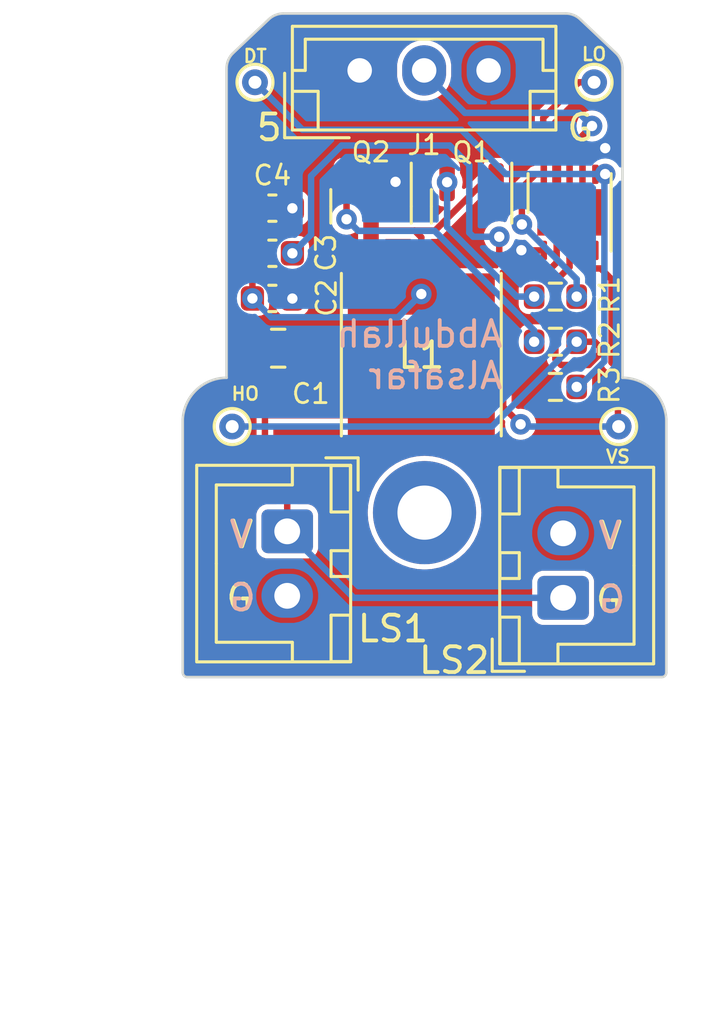
<source format=kicad_pcb>
(kicad_pcb (version 20240108) (generator "pcbnew") (generator_version "8.0")
  (layers (0 "F.Cu" signal) (31 "B.Cu" signal) (34 "B.Paste" user) (35 "F.Paste" user) (36 "B.SilkS" user "B.Silkscreen") (37 "F.SilkS" user "F.Silkscreen") (38 "B.Mask" user) (39 "F.Mask" user) (44 "Edge.Cuts" user))
  (net 0 "")
  (net 1 "Net-(C1-Pad1)")
  (net 2 "GND")
  (net 3 "+5V")
  (net 4 "Net-(DGD5463-VS)")
  (net 5 "Net-(DGD5463-VB)")
  (net 6 "Net-(DGD5463-LO)")
  (net 7 "Net-(DGD5463-DT)")
  (net 9 "IN")
  (net 10 "Net-(DGD5463-HO)")
  (net 11 "Net-(Q1-G)")
  (net 12 "Net-(Q2-G)")
  (footprint "Capacitor_SMD:C_0805_2012Metric" (layer "F.Cu") (at 123.45 70.75)
    (property "Reference" "C1" (at 1.264 1.767 0) (layer "F.SilkS") (effects (font (size 0.75 0.75) (thickness 0.11))))
    (property "Value" "1uF")
    (fp_line (start -0.261252 -0.735) (end 0.261252 -0.735) (stroke (width 0.12)) (layer "F.SilkS"))
    (fp_line (start -0.261252 0.735) (end 0.261252 0.735) (stroke (width 0.12)) (layer "F.SilkS"))
    (pad "1" smd roundrect (at -0.95 0) (size 1 1.45) (layers "F.Cu" "F.Paste" "F.Mask") (net 1 "Net-(C1-Pad1)"))
    (pad "2" smd roundrect (at 0.95 0) (size 1 1.45) (layers "F.Cu" "F.Paste" "F.Mask") (net 2 "GND"))
  )
  (footprint "Package_TO_SOT_SMD:SOT-23" (layer "F.Cu") (at 127.05 65.25 -90)
    (property "Reference" "Q2" (at -2.1 0 180) (layer "F.SilkS") (effects (font (size 0.75 0.75) (thickness 0.11))))
    (property "Value" "NMOS")
    (fp_line (start 0 1.56) (end -0.65 1.56) (stroke (width 0.12)) (layer "F.SilkS"))
    (fp_line (start 0 1.56) (end 0.65 1.56) (stroke (width 0.12)) (layer "F.SilkS"))
    (fp_line (start 0 -1.56) (end -1.675 -1.56) (stroke (width 0.12)) (layer "F.SilkS"))
    (fp_line (start 0 -1.56) (end 0.65 -1.56) (stroke (width 0.12)) (layer "F.SilkS"))
    (pad "1" smd roundrect (at -0.9375 -0.95 270) (size 1.475 0.6) (layers "F.Cu" "F.Paste" "F.Mask") (net 3 "+5V"))
    (pad "2" smd roundrect (at -0.9375 0.95 270) (size 1.475 0.6) (layers "F.Cu" "F.Paste" "F.Mask") (net 12 "Net-(Q2-G)"))
    (pad "3" smd roundrect (at 0.9375 0 270) (size 1.475 0.6) (layers "F.Cu" "F.Paste" "F.Mask") (net 4 "Net-(DGD5463-VS)"))
  )
  (footprint "Inductor_SMD:L_Taiyo-Yuden_NR-60xx" (layer "F.Cu") (at 129 71 -90)
    (property "Reference" "L1" (at 0.025 0 180) (layer "F.SilkS"))
    (property "Value" "63.7uH")
    (fp_line (start -3.15 3.1) (end 3.15 3.1) (stroke (width 0.12)) (layer "F.SilkS"))
    (fp_line (start -3.15 -3.1) (end 3.15 -3.1) (stroke (width 0.12)) (layer "F.SilkS"))
    (pad "1" smd rect (at -2.35 0 270) (size 1.6 5.7) (layers "F.Cu" "F.Paste" "F.Mask") (net 4 "Net-(DGD5463-VS)"))
    (pad "2" smd rect (at 2.35 0 270) (size 1.6 5.7) (layers "F.Cu" "F.Paste" "F.Mask") (net 1 "Net-(C1-Pad1)"))
  )
  (footprint "TestPoint:TestPoint_THTPad_D1.0mm_Drill0.5mm" (layer "F.Cu") (at 122.55 60.44)
    (property "Reference" "DT" (at 0.005 -1.016 0) (layer "F.SilkS") (effects (font (size 0.5 0.5) (thickness 0.1) (bold yes))))
    (property "Value" "TestPoint")
    (fp_circle (center 0 0) (end 0 0.7) (stroke (width 0.12)) (fill none) (layer "F.SilkS"))
    (pad "1" thru_hole circle (at 0 0) (size 1 1) (drill 0.5) (layers "*.Cu" "*.Mask") (net 7 "Net-(DGD5463-DT)"))
  )
  (footprint "TestPoint:TestPoint_THTPad_D1.0mm_Drill0.5mm" (layer "F.Cu") (at 121.666 73.787)
    (property "Reference" "HO" (at 0.508 -1.27 0) (layer "F.SilkS") (effects (font (size 0.5 0.5) (thickness 0.1) (bold yes))))
    (property "Value" "TestPoint")
    (fp_circle (center 0 0) (end 0 0.7) (stroke (width 0.12)) (fill none) (layer "F.SilkS"))
    (pad "1" thru_hole circle (at 0 0) (size 1 1) (drill 0.5) (layers "*.Cu" "*.Mask") (net 10 "Net-(DGD5463-HO)"))
  )
  (footprint "TestPoint:TestPoint_THTPad_D1.0mm_Drill0.5mm" (layer "F.Cu") (at 136.652 73.787)
    (property "Reference" "VS" (at -0.0254 1.1684 0) (layer "F.SilkS") (effects (font (size 0.5 0.5) (thickness 0.1) (bold yes))))
    (property "Value" "TestPoint")
    (fp_circle (center 0 0) (end 0 0.7) (stroke (width 0.12)) (fill none) (layer "F.SilkS"))
    (pad "1" thru_hole circle (at 0 0) (size 1 1) (drill 0.5) (layers "*.Cu" "*.Mask") (net 4 "Net-(DGD5463-VS)"))
  )
  (footprint "Package_DFN_QFN:WDFN-10-1EP_3x3mm_P0.5mm_EP1.8x2.5mm" (layer "F.Cu") (at 134.75 65.483 90)
    (property "Reference" "DGD5463" (hide yes))
    (property "Value" "DGD05463")
    (fp_line (start 0 -1.61) (end 1.5 -1.61) (stroke (width 0.12)) (layer "F.SilkS"))
    (fp_line (start -1.5 1.61) (end 1.5 1.61) (stroke (width 0.12)) (layer "F.SilkS"))
    (pad "1" smd roundrect (at -1.475 -1 90) (size 0.75 0.25) (layers "F.Cu" "F.Paste" "F.Mask") (net 3 "+5V"))
    (pad "2" smd roundrect (at -1.475 -0.5 90) (size 0.75 0.25) (layers "F.Cu" "F.Paste" "F.Mask") (net 5 "Net-(DGD5463-VB)"))
    (pad "3" smd roundrect (at -1.475 0 90) (size 0.75 0.25) (layers "F.Cu" "F.Paste" "F.Mask") (net 10 "Net-(DGD5463-HO)"))
    (pad "4" smd roundrect (at -1.475 0.5 90) (size 0.75 0.25) (layers "F.Cu" "F.Paste" "F.Mask") (net 4 "Net-(DGD5463-VS)"))
    (pad "5" smd roundrect (at -1.475 1 90) (size 0.75 0.25) (layers "F.Cu" "F.Paste" "F.Mask"))
    (pad "6" smd roundrect (at 1.475 1 90) (size 0.75 0.25) (layers "F.Cu" "F.Paste" "F.Mask") (net 7 "Net-(DGD5463-DT)"))
    (pad "7" smd roundrect (at 1.475 0.5 90) (size 0.75 0.25) (layers "F.Cu" "F.Paste" "F.Mask") (net 3 "+5V"))
    (pad "8" smd roundrect (at 1.475 0 90) (size 0.75 0.25) (layers "F.Cu" "F.Paste" "F.Mask") (net 9 "IN"))
    (pad "9" smd roundrect (at 1.475 -0.5 90) (size 0.75 0.25) (layers "F.Cu" "F.Paste" "F.Mask") (net 2 "GND"))
    (pad "10" smd roundrect (at 1.475 -1 90) (size 0.75 0.25) (layers "F.Cu" "F.Paste" "F.Mask") (net 6 "Net-(DGD5463-LO)"))
    (pad "11" smd rect (at 0 0 90) (size 1.8 2.5) (layers "F.Cu" "F.Mask"))
  )
  (footprint "Capacitor_SMD:C_0603_1608Metric" (layer "F.Cu") (at 123.225 67.07 180)
    (property "Reference" "C3" (at -2.075 0.02 90) (layer "F.SilkS") (effects (font (size 0.75 0.75) (thickness 0.11))))
    (property "Value" "100n")
    (fp_line (start -0.14058 0.51) (end 0.14058 0.51) (stroke (width 0.12)) (layer "F.SilkS"))
    (fp_line (start -0.14058 -0.51) (end 0.14058 -0.51) (stroke (width 0.12)) (layer "F.SilkS"))
    (pad "1" smd roundrect (at -0.775 0 180) (size 0.9 0.95) (layers "F.Cu" "F.Paste" "F.Mask") (net 5 "Net-(DGD5463-VB)"))
    (pad "2" smd roundrect (at 0.775 0 180) (size 0.9 0.95) (layers "F.Cu" "F.Paste" "F.Mask") (net 4 "Net-(DGD5463-VS)"))
  )
  (footprint "Resistor_SMD:R_0603_1608Metric" (layer "F.Cu") (at 134.2 70.5)
    (property "Reference" "R2" (at 2.0964 -0.0684 90) (layer "F.SilkS") (effects (font (size 0.75 0.75) (thickness 0.11))))
    (property "Value" "10")
    (fp_line (start -0.237258 -0.5225) (end 0.237258 -0.5225) (stroke (width 0.12)) (layer "F.SilkS"))
    (fp_line (start -0.237258 0.5225) (end 0.237258 0.5225) (stroke (width 0.12)) (layer "F.SilkS"))
    (pad "1" smd roundrect (at -0.825 0) (size 0.8 0.95) (layers "F.Cu" "F.Paste" "F.Mask") (net 12 "Net-(Q2-G)"))
    (pad "2" smd roundrect (at 0.825 0) (size 0.8 0.95) (layers "F.Cu" "F.Paste" "F.Mask") (net 10 "Net-(DGD5463-HO)"))
  )
  (footprint "Capacitor_SMD:C_0603_1608Metric" (layer "F.Cu") (at 123.225 68.82 180)
    (property "Reference" "C2" (at -2.1 0.02 90) (layer "F.SilkS") (effects (font (size 0.75 0.75) (thickness 0.11))))
    (property "Value" "1000pF")
    (fp_line (start -0.14058 0.51) (end 0.14058 0.51) (stroke (width 0.12)) (layer "F.SilkS"))
    (fp_line (start -0.14058 -0.51) (end 0.14058 -0.51) (stroke (width 0.12)) (layer "F.SilkS"))
    (pad "1" smd roundrect (at -0.775 0 180) (size 0.9 0.95) (layers "F.Cu" "F.Paste" "F.Mask") (net 3 "+5V"))
    (pad "2" smd roundrect (at 0.775 0 180) (size 0.9 0.95) (layers "F.Cu" "F.Paste" "F.Mask") (net 4 "Net-(DGD5463-VS)"))
  )
  (footprint "Resistor_SMD:R_0603_1608Metric" (layer "F.Cu") (at 134.2 68.75)
    (property "Reference" "R1" (at 2.0964 -0.0684 90) (layer "F.SilkS") (effects (font (size 0.75 0.75) (thickness 0.11))))
    (property "Value" "10")
    (fp_line (start -0.237258 -0.5225) (end 0.237258 -0.5225) (stroke (width 0.12)) (layer "F.SilkS"))
    (fp_line (start -0.237258 0.5225) (end 0.237258 0.5225) (stroke (width 0.12)) (layer "F.SilkS"))
    (pad "1" smd roundrect (at -0.825 0) (size 0.8 0.95) (layers "F.Cu" "F.Paste" "F.Mask") (net 11 "Net-(Q1-G)"))
    (pad "2" smd roundrect (at 0.825 0) (size 0.8 0.95) (layers "F.Cu" "F.Paste" "F.Mask") (net 6 "Net-(DGD5463-LO)"))
  )
  (footprint "Connector_JST:JST_EH_B3B-EH-A_1x03_P2.50mm_Vertical" (layer "F.Cu") (at 126.61 59.98)
    (property "Reference" "J1" (at 2.5 2.89 0) (layer "F.SilkS") (effects (font (size 0.75 0.75) (thickness 0.11))))
    (property "Value" "Conn_01x03_Pin")
    (fp_line (start -2.91 0.11) (end -2.91 2.61) (stroke (width 0.12)) (layer "F.SilkS"))
    (fp_line (start -2.91 2.61) (end -0.41 2.61) (stroke (width 0.12)) (layer "F.SilkS"))
    (fp_line (start -2.61 -1.71) (end -2.61 2.31) (stroke (width 0.12)) (layer "F.SilkS"))
    (fp_line (start -2.61 0) (end -2.11 0) (stroke (width 0.12)) (layer "F.SilkS"))
    (fp_line (start -2.61 0.81) (end -1.61 0.81) (stroke (width 0.12)) (layer "F.SilkS"))
    (fp_line (start -2.61 2.31) (end 7.61 2.31) (stroke (width 0.12)) (layer "F.SilkS"))
    (fp_line (start -2.11 -1.21) (end 7.11 -1.21) (stroke (width 0.12)) (layer "F.SilkS"))
    (fp_line (start -2.11 0) (end -2.11 -1.21) (stroke (width 0.12)) (layer "F.SilkS"))
    (fp_line (start -1.61 0.81) (end -1.61 2.31) (stroke (width 0.12)) (layer "F.SilkS"))
    (fp_line (start 6.61 0.81) (end 6.61 2.31) (stroke (width 0.12)) (layer "F.SilkS"))
    (fp_line (start 7.11 -1.21) (end 7.11 0) (stroke (width 0.12)) (layer "F.SilkS"))
    (fp_line (start 7.11 0) (end 7.61 0) (stroke (width 0.12)) (layer "F.SilkS"))
    (fp_line (start 7.61 -1.71) (end -2.61 -1.71) (stroke (width 0.12)) (layer "F.SilkS"))
    (fp_line (start 7.61 0.81) (end 6.61 0.81) (stroke (width 0.12)) (layer "F.SilkS"))
    (fp_line (start 7.61 2.31) (end 7.61 -1.71) (stroke (width 0.12)) (layer "F.SilkS"))
    (pad "1" thru_hole roundrect (at 0 0) (size 1.7 1.95) (drill 0.95) (layers "*.Cu" "*.Mask") (roundrect_rratio 0.147059) (net 3 "+5V"))
    (pad "2" thru_hole oval (at 2.5 0) (size 1.7 1.95) (drill 0.95) (layers "*.Cu" "*.Mask") (net 9 "IN"))
    (pad "3" thru_hole oval (at 5 0) (size 1.7 1.95) (drill 0.95) (layers "*.Cu" "*.Mask") (net 2 "GND"))
  )
  (footprint "MountingHole:MountingHole_2.1mm" (layer "F.Cu") (at 129.125 77.125)
    (property "Reference" "REF**" (hide yes))
    (property "Value" "MountingHole_2.1mm")
    (pad "" np_thru_hole circle (at 0 0) (size 4 4) (drill 2.1) (layers "F&B.Cu" "*.Mask"))
  )
  (footprint "Connector_JST:JST_XH_B2B-XH-A_1x02_P2.50mm_Vertical" (layer "F.Cu") (at 123.8 77.85 -90)
    (property "Reference" "LS1" (at 3.775 -4.1 180) (layer "F.SilkS"))
    (property "Value" "Speaker")
    (fp_line (start -2.56 3.51) (end 5.06 3.51) (stroke (width 0.12)) (layer "F.SilkS"))
    (fp_line (start 5.06 3.51) (end 5.06 -2.46) (stroke (width 0.12)) (layer "F.SilkS"))
    (fp_line (start -1.8 2.75) (end 1.25 2.75) (stroke (width 0.12)) (layer "F.SilkS"))
    (fp_line (start 4.3 2.75) (end 1.25 2.75) (stroke (width 0.12)) (layer "F.SilkS"))
    (fp_line (start -2.55 -0.2) (end -1.8 -0.2) (stroke (width 0.12)) (layer "F.SilkS"))
    (fp_line (start -1.8 -0.2) (end -1.8 2.75) (stroke (width 0.12)) (layer "F.SilkS"))
    (fp_line (start 4.3 -0.2) (end 4.3 2.75) (stroke (width 0.12)) (layer "F.SilkS"))
    (fp_line (start 5.05 -0.2) (end 4.3 -0.2) (stroke (width 0.12)) (layer "F.SilkS"))
    (fp_line (start -2.55 -1.7) (end -0.75 -1.7) (stroke (width 0.12)) (layer "F.SilkS"))
    (fp_line (start -0.75 -1.7) (end -0.75 -2.45) (stroke (width 0.12)) (layer "F.SilkS"))
    (fp_line (start 0.75 -1.7) (end 1.75 -1.7) (stroke (width 0.12)) (layer "F.SilkS"))
    (fp_line (start 1.75 -1.7) (end 1.75 -2.45) (stroke (width 0.12)) (layer "F.SilkS"))
    (fp_line (start 3.25 -1.7) (end 5.05 -1.7) (stroke (width 0.12)) (layer "F.SilkS"))
    (fp_line (start 5.05 -1.7) (end 5.05 -2.45) (stroke (width 0.12)) (layer "F.SilkS"))
    (fp_line (start -2.55 -2.45) (end -2.55 -1.7) (stroke (width 0.12)) (layer "F.SilkS"))
    (fp_line (start -0.75 -2.45) (end -2.55 -2.45) (stroke (width 0.12)) (layer "F.SilkS"))
    (fp_line (start 0.75 -2.45) (end 0.75 -1.7) (stroke (width 0.12)) (layer "F.SilkS"))
    (fp_line (start 1.75 -2.45) (end 0.75 -2.45) (stroke (width 0.12)) (layer "F.SilkS"))
    (fp_line (start 3.25 -2.45) (end 3.25 -1.7) (stroke (width 0.12)) (layer "F.SilkS"))
    (fp_line (start 5.05 -2.45) (end 3.25 -2.45) (stroke (width 0.12)) (layer "F.SilkS"))
    (fp_line (start -2.56 -2.46) (end -2.56 3.51) (stroke (width 0.12)) (layer "F.SilkS"))
    (fp_line (start 5.06 -2.46) (end -2.56 -2.46) (stroke (width 0.12)) (layer "F.SilkS"))
    (fp_line (start -2.85 -2.75) (end -2.85 -1.5) (stroke (width 0.12)) (layer "F.SilkS"))
    (fp_line (start -1.6 -2.75) (end -2.85 -2.75) (stroke (width 0.12)) (layer "F.SilkS"))
    (pad "1" thru_hole roundrect (at 0 0 270) (size 1.7 2) (drill 1) (layers "*.Cu" "*.Mask") (roundrect_rratio 0.147059) (net 1 "Net-(C1-Pad1)"))
    (pad "2" thru_hole oval (at 2.5 0 270) (size 1.7 2) (drill 1) (layers "*.Cu" "*.Mask") (net 2 "GND"))
  )
  (footprint "Resistor_SMD:R_0603_1608Metric" (layer "F.Cu") (at 134.2 72.25)
    (property "Reference" "R3" (at 2.0964 -0.0684 -90) (layer "F.SilkS") (effects (font (size 0.75 0.75) (thickness 0.11))))
    (property "Value" "10k")
    (fp_line (start -0.237258 -0.5225) (end 0.237258 -0.5225) (stroke (width 0.12)) (layer "F.SilkS"))
    (fp_line (start -0.237258 0.5225) (end 0.237258 0.5225) (stroke (width 0.12)) (layer "F.SilkS"))
    (pad "1" smd roundrect (at -0.825 0) (size 0.8 0.95) (layers "F.Cu" "F.Paste" "F.Mask") (net 2 "GND"))
    (pad "2" smd roundrect (at 0.825 0) (size 0.8 0.95) (layers "F.Cu" "F.Paste" "F.Mask") (net 7 "Net-(DGD5463-DT)"))
  )
  (footprint "Connector_JST:JST_XH_B2B-XH-A_1x02_P2.50mm_Vertical" (layer "F.Cu") (at 134.5 80.4272 90)
    (property "Reference" "LS2" (at -2.4228 -4.225 180) (layer "F.SilkS"))
    (property "Value" "Speaker")
    (fp_line (start -1.6 -2.75) (end -2.85 -2.75) (stroke (width 0.12)) (layer "F.SilkS"))
    (fp_line (start -2.85 -2.75) (end -2.85 -1.5) (stroke (width 0.12)) (layer "F.SilkS"))
    (fp_line (start 5.06 -2.46) (end -2.56 -2.46) (stroke (width 0.12)) (layer "F.SilkS"))
    (fp_line (start -2.56 -2.46) (end -2.56 3.51) (stroke (width 0.12)) (layer "F.SilkS"))
    (fp_line (start 5.05 -2.45) (end 3.25 -2.45) (stroke (width 0.12)) (layer "F.SilkS"))
    (fp_line (start 3.25 -2.45) (end 3.25 -1.7) (stroke (width 0.12)) (layer "F.SilkS"))
    (fp_line (start 1.75 -2.45) (end 0.75 -2.45) (stroke (width 0.12)) (layer "F.SilkS"))
    (fp_line (start 0.75 -2.45) (end 0.75 -1.7) (stroke (width 0.12)) (layer "F.SilkS"))
    (fp_line (start -0.75 -2.45) (end -2.55 -2.45) (stroke (width 0.12)) (layer "F.SilkS"))
    (fp_line (start -2.55 -2.45) (end -2.55 -1.7) (stroke (width 0.12)) (layer "F.SilkS"))
    (fp_line (start 5.05 -1.7) (end 5.05 -2.45) (stroke (width 0.12)) (layer "F.SilkS"))
    (fp_line (start 3.25 -1.7) (end 5.05 -1.7) (stroke (width 0.12)) (layer "F.SilkS"))
    (fp_line (start 1.75 -1.7) (end 1.75 -2.45) (stroke (width 0.12)) (layer "F.SilkS"))
    (fp_line (start 0.75 -1.7) (end 1.75 -1.7) (stroke (width 0.12)) (layer "F.SilkS"))
    (fp_line (start -0.75 -1.7) (end -0.75 -2.45) (stroke (width 0.12)) (layer "F.SilkS"))
    (fp_line (start -2.55 -1.7) (end -0.75 -1.7) (stroke (width 0.12)) (layer "F.SilkS"))
    (fp_line (start 5.05 -0.2) (end 4.3 -0.2) (stroke (width 0.12)) (layer "F.SilkS"))
    (fp_line (start 4.3 -0.2) (end 4.3 2.75) (stroke (width 0.12)) (layer "F.SilkS"))
    (fp_line (start -1.8 -0.2) (end -1.8 2.75) (stroke (width 0.12)) (layer "F.SilkS"))
    (fp_line (start -2.55 -0.2) (end -1.8 -0.2) (stroke (width 0.12)) (layer "F.SilkS"))
    (fp_line (start 4.3 2.75) (end 1.25 2.75) (stroke (width 0.12)) (layer "F.SilkS"))
    (fp_line (start -1.8 2.75) (end 1.25 2.75) (stroke (width 0.12)) (layer "F.SilkS"))
    (fp_line (start 5.06 3.51) (end 5.06 -2.46) (stroke (width 0.12)) (layer "F.SilkS"))
    (fp_line (start -2.56 3.51) (end 5.06 3.51) (stroke (width 0.12)) (layer "F.SilkS"))
    (pad "1" thru_hole roundrect (at 0 0 90) (size 1.7 2) (drill 1) (layers "*.Cu" "*.Mask") (roundrect_rratio 0.147059) (net 1 "Net-(C1-Pad1)"))
    (pad "2" thru_hole oval (at 2.5 0 90) (size 1.7 2) (drill 1) (layers "*.Cu" "*.Mask") (net 2 "GND"))
  )
  (footprint "TestPoint:TestPoint_THTPad_D1.0mm_Drill0.5mm" (layer "F.Cu") (at 135.7 60.44)
    (property "Reference" "LO" (at 0 -1.09 0) (layer "F.SilkS") (effects (font (size 0.5 0.5) (thickness 0.1) (bold yes))))
    (property "Value" "TestPoint")
    (fp_circle (center 0 0) (end 0 0.7) (stroke (width 0.12)) (fill none) (layer "F.SilkS"))
    (pad "1" thru_hole circle (at 0 0) (size 1 1) (drill 0.5) (layers "*.Cu" "*.Mask") (net 6 "Net-(DGD5463-LO)"))
  )
  (footprint "Package_TO_SOT_SMD:SOT-23" (layer "F.Cu") (at 130.95 65.25 -90)
    (property "Reference" "Q1" (at -2.1 0 180) (layer "F.SilkS") (effects (font (size 0.75 0.75) (thickness 0.11))))
    (property "Value" "NMOS")
    (fp_line (start 0 1.56) (end -0.65 1.56) (stroke (width 0.12)) (layer "F.SilkS"))
    (fp_line (start 0 1.56) (end 0.65 1.56) (stroke (width 0.12)) (layer "F.SilkS"))
    (fp_line (start 0 -1.56) (end -1.675 -1.56) (stroke (width 0.12)) (layer "F.SilkS"))
    (fp_line (start 0 -1.56) (end 0.65 -1.56) (stroke (width 0.12)) (layer "F.SilkS"))
    (pad "1" smd roundrect (at -0.9375 -0.95 270) (size 1.475 0.6) (layers "F.Cu" "F.Paste" "F.Mask") (net 4 "Net-(DGD5463-VS)"))
    (pad "2" smd roundrect (at -0.9375 0.95 270) (size 1.475 0.6) (layers "F.Cu" "F.Paste" "F.Mask") (net 11 "Net-(Q1-G)"))
    (pad "3" smd roundrect (at 0.9375 0 270) (size 1.475 0.6) (layers "F.Cu" "F.Paste" "F.Mask") (net 2 "GND"))
  )
  (footprint "Capacitor_SMD:C_0603_1608Metric" (layer "F.Cu") (at 123.225 65.32 180)
    (property "Reference" "C4" (at 0 1.27 0) (layer "F.SilkS") (effects (font (size 0.75 0.75) (thickness 0.11))))
    (property "Value" "7pF")
    (fp_line (start -0.14058 0.51) (end 0.14058 0.51) (stroke (width 0.12)) (layer "F.SilkS"))
    (fp_line (start -0.14058 -0.51) (end 0.14058 -0.51) (stroke (width 0.12)) (layer "F.SilkS"))
    (pad "1" smd roundrect (at -0.775 0 180) (size 0.9 0.95) (layers "F.Cu" "F.Paste" "F.Mask") (net 3 "+5V"))
    (pad "2" smd roundrect (at 0.775 0 180) (size 0.9 0.95) (layers "F.Cu" "F.Paste" "F.Mask") (net 2 "GND"))
  )
  (gr_line (start 119.925 83.5) (end 138.325 83.5) (stroke (width 0.1)) (layer "Edge.Cuts"))
  (gr_line (start 121.690244 59.320004) (end 123.070004 58.015244) (stroke (width 0.1)) (layer "Edge.Cuts"))
  (gr_line (start 123.65 57.775) (end 134.6 57.775) (stroke (width 0.1)) (layer "Edge.Cuts"))
  (gr_line (start 136.559756 59.320004) (end 135.179996 58.015244) (stroke (width 0.1)) (layer "Edge.Cuts"))
  (gr_line (start 136.8 71.897062) (end 136.8 59.9) (stroke (width 0.1)) (layer "Edge.Cuts"))
  (gr_arc (start 119.925 83.5) (mid 119.801256 83.448744) (end 119.75 83.325) (stroke (width 0.1)) (layer "Edge.Cuts"))
  (gr_line (start 121.45 71.897062) (end 121.45 59.9) (stroke (width 0.1)) (layer "Edge.Cuts"))
  (gr_arc (start 138.5 83.325) (mid 138.448744 83.448744) (end 138.325 83.5) (stroke (width 0.1)) (layer "Edge.Cuts"))
  (gr_arc (start 121.45 59.9) (mid 121.512438 59.586108) (end 121.690244 59.320004) (stroke (width 0.1)) (layer "Edge.Cuts"))
  (gr_arc (start 119.750001 73.5) (mid 120.281731 72.36099) (end 121.45 71.897062) (stroke (width 0.1)) (layer "Edge.Cuts"))
  (gr_line (start 138.5 83.325) (end 138.5 73.5) (stroke (width 0.1)) (layer "Edge.Cuts"))
  (gr_line (start 119.75 83.325) (end 119.75 73.5) (stroke (width 0.1)) (layer "Edge.Cuts"))
  (gr_arc (start 123.070004 58.015244) (mid 123.336108 57.837438) (end 123.65 57.775) (stroke (width 0.1)) (layer "Edge.Cuts"))
  (gr_arc (start 136.559756 59.320004) (mid 136.737562 59.586108) (end 136.8 59.9) (stroke (width 0.1)) (layer "Edge.Cuts"))
  (gr_arc (start 134.6 57.775) (mid 134.913892 57.837438) (end 135.179996 58.015244) (stroke (width 0.1)) (layer "Edge.Cuts"))
  (gr_arc (start 136.8 71.897062) (mid 137.968269 72.36099) (end 138.499999 73.5) (stroke (width 0.1)) (layer "Edge.Cuts"))
  (gr_text "Abdullah\nAlsafar" (at 132.24 72.4 0) (layer "B.SilkS") (effects (font (size 1 1)) (justify left bottom mirror)))
  (gr_text "V" (at 136.83 78.6 0) (layer "B.SilkS") (effects (font (size 1 1)) (justify left bottom mirror)))
  (gr_text "G" (at 122.67 81.01 -0) (layer "B.SilkS") (effects (font (size 1 1)) (justify left bottom mirror)))
  (gr_text "G" (at 137 81.075 -0) (layer "B.SilkS") (effects (font (size 1 1)) (justify left bottom mirror)))
  (gr_text "V" (at 122.53 78.56 0) (layer "B.SilkS") (effects (font (size 1 1)) (justify left bottom mirror)))
  (gr_text "G" (at 134.5692 62.7888 0) (layer "F.SilkS") (effects (font (size 1 1)) (justify left bottom)))
  (gr_text "V" (at 135.825 78.6 0) (layer "F.SilkS") (effects (font (size 1 1)) (justify left bottom)))
  (gr_text "G" (at 135.68 81.075 0) (layer "F.SilkS") (effects (font (size 1 1)) (justify left bottom)))
  (gr_text "5" (at 122.5296 62.78 0) (layer "F.SilkS") (effects (font (size 1 1)) (justify left bottom)))
  (gr_text "V" (at 121.52 78.56 0) (layer "F.SilkS") (effects (font (size 1 1)) (justify left bottom)))
  (gr_text "G" (at 121.35 81.01 0) (layer "F.SilkS") (effects (font (size 1 1)) (justify left bottom)))
  (segment (start 122.936 75.711) (end 123.8 76.575) (width 0.25) (layer "F.Cu") (net 1))
  (segment (start 122.936 73.35) (end 129 73.35) (width 0.25) (layer "F.Cu") (net 1))
  (segment (start 123.8 76.575) (end 123.8 77.85) (width 0.25) (layer "F.Cu") (net 1))
  (segment (start 122.936 73.35) (end 122.936 75.711) (width 0.25) (layer "F.Cu") (net 1))
  (segment (start 122.5 70.75) (end 122.936 71.186) (width 0.25) (layer "F.Cu") (net 1))
  (segment (start 122.936 71.186) (end 122.936 73.35) (width 0.25) (layer "F.Cu") (net 1))
  (segment (start 123.8 77.85) (end 126.3772 80.4272) (width 0.25) (layer "B.Cu") (net 1))
  (segment (start 126.3772 80.4272) (end 134.5 80.4272) (width 0.25) (layer "B.Cu") (net 1))
  (segment (start 136.131479 62.99408) (end 135.83918 62.99408) (width 0.25) (layer "F.Cu") (net 3))
  (segment (start 132.888 66.958) (end 132.88 66.95) (width 0.25) (layer "F.Cu") (net 3))
  (segment (start 135.83918 62.99408) (end 135.25 63.58326) (width 0.25) (layer "F.Cu") (net 3))
  (segment (start 133.75 66.958) (end 132.888 66.958) (width 0.25) (layer "F.Cu") (net 3))
  (segment (start 135.25 63.58326) (end 135.25 64.008) (width 0.25) (layer "F.Cu") (net 3))
  (via (at 132.88 66.95) (size 0.8) (drill 0.4) (layers "F.Cu" "B.Cu") (net 3))
  (via (at 136.131479 62.99408) (size 0.8) (drill 0.4) (layers "F.Cu" "B.Cu") (net 3))
  (via (at 124 68.825) (size 0.8) (drill 0.4) (layers "F.Cu" "B.Cu") (net 3))
  (via (at 124 65.325) (size 0.8) (drill 0.4) (layers "F.Cu" "B.Cu") (net 3))
  (via (at 128 64.3) (size 0.8) (drill 0.4) (layers "F.Cu" "B.Cu") (net 3))
  (segment (start 136.652 73.787) (end 136.625 73.76) (width 0.25) (layer "F.Cu") (net 4))
  (segment (start 129 68.65) (end 129 68.75) (width 0.25) (layer "F.Cu") (net 4))
  (segment (start 132.850153 73.700153) (end 132.175 73.025) (width 0.25) (layer "F.Cu") (net 4))
  (segment (start 136.375 68.075) (end 136.375 71.3) (width 0.25) (layer "F.Cu") (net 4))
  (segment (start 129 68.65) (end 129 66.45) (width 0.25) (layer "F.Cu") (net 4))
  (segment (start 135.25 67.38274) (end 135.52526 67.658) (width 0.25) (layer "F.Cu") (net 4))
  (segment (start 136.625 73.76) (end 136.625 71.55) (width 0.25) (layer "F.Cu") (net 4))
  (segment (start 135.52526 67.658) (end 135.958 67.658) (width 0.25) (layer "F.Cu") (net 4))
  (segment (start 131.409251 64.3125) (end 131.9 64.3125) (width 0.25) (layer "F.Cu") (net 4))
  (segment (start 129.534251 66.1875) (end 131.409251 64.3125) (width 0.25) (layer "F.Cu") (net 4))
  (segment (start 132.175 73.025) (end 132.175 71.825) (width 0.25) (layer "F.Cu") (net 4))
  (segment (start 128.7375 66.1875) (end 127.05 66.1875) (width 0.25) (layer "F.Cu") (net 4))
  (segment (start 129 66.45) (end 128.7375 66.1875) (width 0.25) (layer "F.Cu") (net 4))
  (segment (start 132.175 71.825) (end 129 68.65) (width 0.25) (layer "F.Cu") (net 4))
  (segment (start 135.25 66.958) (end 135.25 67.38274) (width 0.25) (layer "F.Cu") (net 4))
  (segment (start 122.45 68.82) (end 122.45 67.07) (width 0.25) (layer "F.Cu") (net 4))
  (segment (start 136.625 71.55) (end 136.375 71.3) (width 0.25) (layer "F.Cu") (net 4))
  (segment (start 135.958 67.658) (end 136.375 68.075) (width 0.25) (layer "F.Cu") (net 4))
  (segment (start 129 69.098004) (end 129 68.65) (width 0.25) (layer "F.Cu") (net 4))
  (segment (start 128.7375 66.1875) (end 129.534251 66.1875) (width 0.25) (layer "F.Cu") (net 4))
  (via (at 132.850153 73.700153) (size 0.8) (drill 0.4) (layers "F.Cu" "B.Cu") (net 4))
  (via (at 122.45 68.82) (size 0.8) (drill 0.4) (layers "F.Cu" "B.Cu") (net 4))
  (via (at 129 68.65) (size 0.8) (drill 0.4) (layers "F.Cu" "B.Cu") (net 4))
  (segment (start 129 68.65) (end 128.1 69.55) (width 0.25) (layer "B.Cu") (net 4))
  (segment (start 128.1 69.55) (end 123.18 69.55) (width 0.25) (layer "B.Cu") (net 4))
  (segment (start 136.652 73.787) (end 132.937 73.787) (width 0.25) (layer "B.Cu") (net 4))
  (segment (start 132.937 73.787) (end 132.850153 73.700153) (width 0.25) (layer "B.Cu") (net 4))
  (segment (start 123.18 69.55) (end 122.45 68.82) (width 0.25) (layer "B.Cu") (net 4))
  (segment (start 134.25 67.425) (end 134.25 66.958) (width 0.25) (layer "F.Cu") (net 5))
  (segment (start 132.022695 67.118) (end 132.854695 67.95) (width 0.25) (layer "F.Cu") (net 5))
  (segment (start 132.854695 67.95) (end 133.725 67.95) (width 0.25) (layer "F.Cu") (net 5))
  (segment (start 133.725 67.95) (end 134.25 67.425) (width 0.25) (layer "F.Cu") (net 5))
  (segment (start 132.022695 66.428691) (end 132.022695 67.118) (width 0.25) (layer "F.Cu") (net 5))
  (via (at 132.022695 66.428691) (size 0.8) (drill 0.4) (layers "F.Cu" "B.Cu") (net 5))
  (via (at 124 67.07) (size 0.8) (drill 0.4) (layers "F.Cu" "B.Cu") (net 5))
  (segment (start 130.0988 62.8904) (end 125.9096 62.8904) (width 0.25) (layer "B.Cu") (net 5))
  (segment (start 132.022695 66.428691) (end 131.015087 66.428691) (width 0.25) (layer "B.Cu") (net 5))
  (segment (start 124.725 66.345) (end 124 67.07) (width 0.25) (layer "B.Cu") (net 5))
  (segment (start 125.9096 62.8904) (end 124.725 64.075) (width 0.25) (layer "B.Cu") (net 5))
  (segment (start 130.8608 66.274404) (end 130.8608 63.6524) (width 0.25) (layer "B.Cu") (net 5))
  (segment (start 131.015087 66.428691) (end 130.8608 66.274404) (width 0.25) (layer "B.Cu") (net 5))
  (segment (start 130.8608 63.6524) (end 130.0988 62.8904) (width 0.25) (layer "B.Cu") (net 5))
  (segment (start 124.725 64.075) (end 124.725 66.345) (width 0.25) (layer "B.Cu") (net 5))
  (segment (start 133.728467 63.348987) (end 133.75 63.37052) (width 0.25) (layer "F.Cu") (net 6))
  (segment (start 132.900498 64.532502) (end 133.425 64.008) (width 0.25) (layer "F.Cu") (net 6))
  (segment (start 135.11 60.44) (end 133.728467 61.821533) (width 0.25) (layer "F.Cu") (net 6))
  (segment (start 135.7 60.44) (end 135.11 60.44) (width 0.25) (layer "F.Cu") (net 6))
  (segment (start 133.425 64.008) (end 133.75 64.008) (width 0.25) (layer "F.Cu") (net 6))
  (segment (start 132.900498 65.950708) (end 132.900498 64.532502) (width 0.25) (layer "F.Cu") (net 6))
  (segment (start 133.75 63.37052) (end 133.75 64.008) (width 0.25) (layer "F.Cu") (net 6))
  (segment (start 133.728467 61.821533) (end 133.728467 63.348987) (width 0.25) (layer "F.Cu") (net 6))
  (via (at 135.025 68.75) (size 0.8) (drill 0.4) (layers "F.Cu" "B.Cu") (net 6))
  (via (at 132.900498 65.950708) (size 0.8) (drill 0.4) (layers "F.Cu" "B.Cu") (net 6))
  (segment (start 133.180305 66.225) (end 135.025 68.069695) (width 0.25) (layer "B.Cu") (net 6))
  (segment (start 132.900498 65.950708) (end 133.17479 66.225) (width 0.25) (layer "B.Cu") (net 6))
  (segment (start 135.025 68.069695) (end 135.025 68.75) (width 0.25) (layer "B.Cu") (net 6))
  (segment (start 133.17479 66.225) (end 133.180305 66.225) (width 0.25) (layer "B.Cu") (net 6))
  (segment (start 136.130603 63.997898) (end 136.120501 64.008) (width 0.25) (layer "F.Cu") (net 7))
  (segment (start 136.120501 64.008) (end 135.75 64.008) (width 0.25) (layer "F.Cu") (net 7))
  (via (at 135.025 72.25) (size 0.8) (drill 0.4) (layers "F.Cu" "B.Cu") (net 7))
  (via (at 136.130603 63.997898) (size 0.8) (drill 0.4) (layers "F.Cu" "B.Cu") (net 7))
  (segment (start 136.1 71.261396) (end 135.111396 72.25) (width 0.25) (layer "B.Cu") (net 7))
  (segment (start 124.3908 62.2808) (end 130.556 62.2808) (width 0.25) (layer "B.Cu") (net 7))
  (segment (start 132.273098 63.997898) (end 136.130603 63.997898) (width 0.25) (layer "B.Cu") (net 7))
  (segment (start 135.111396 72.25) (end 135.025 72.25) (width 0.25) (layer "B.Cu") (net 7))
  (segment (start 122.55 60.44) (end 124.3908 62.2808) (width 0.25) (layer "B.Cu") (net 7))
  (segment (start 136.1 64.028501) (end 136.1 71.261396) (width 0.25) (layer "B.Cu") (net 7))
  (segment (start 136.130603 63.997898) (end 136.1 64.028501) (width 0.25) (layer "B.Cu") (net 7))
  (segment (start 130.556 62.2808) (end 132.273098 63.997898) (width 0.25) (layer "B.Cu") (net 7))
  (segment (start 134.75 63.004707) (end 134.75 64.008) (width 0.25) (layer "F.Cu") (net 9))
  (segment (start 135.619818 62.134889) (end 134.75 63.004707) (width 0.25) (layer "F.Cu") (net 9))
  (via (at 135.619818 62.134889) (size 0.8) (drill 0.4) (layers "F.Cu" "B.Cu") (net 9))
  (segment (start 135.619818 62.134889) (end 135.109929 61.625) (width 0.25) (layer "B.Cu") (net 9))
  (segment (start 129.12 60.055) (end 129.12 59.99) (width 0.25) (layer "B.Cu") (net 9))
  (segment (start 130.69 61.625) (end 129.12 60.055) (width 0.25) (layer "B.Cu") (net 9))
  (segment (start 135.109929 61.625) (end 130.69 61.625) (width 0.25) (layer "B.Cu") (net 9))
  (segment (start 135.5 71.4) (end 135.925 70.975) (width 0.25) (layer "F.Cu") (net 10))
  (segment (start 135.925 70.7) (end 135.725 70.5) (width 0.25) (layer "F.Cu") (net 10))
  (segment (start 134.75 67.6) (end 134.2 68.15) (width 0.25) (layer "F.Cu") (net 10))
  (segment (start 134.2 68.15) (end 134.2 71.175) (width 0.25) (layer "F.Cu") (net 10))
  (segment (start 134.75 66.958) (end 134.75 67.6) (width 0.25) (layer "F.Cu") (net 10))
  (segment (start 135.725 70.5) (end 135.025 70.5) (width 0.25) (layer "F.Cu") (net 10))
  (segment (start 135.925 70.975) (end 135.925 70.7) (width 0.25) (layer "F.Cu") (net 10))
  (segment (start 134.2 71.175) (end 134.425 71.4) (width 0.25) (layer "F.Cu") (net 10))
  (segment (start 134.425 71.4) (end 135.5 71.4) (width 0.25) (layer "F.Cu") (net 10))
  (via (at 135.025 70.5) (size 0.8) (drill 0.4) (layers "F.Cu" "B.Cu") (net 10))
  (segment (start 121.666 73.787) (end 131.738 73.787) (width 0.25) (layer "B.Cu") (net 10))
  (segment (start 135.025 70.5) (end 131.738 73.787) (width 0.25) (layer "B.Cu") (net 10))
  (via (at 133.375 68.75) (size 0.8) (drill 0.4) (layers "F.Cu" "B.Cu") (net 11))
  (via (at 130 64.3125) (size 0.8) (drill 0.4) (layers "F.Cu" "B.Cu") (net 11))
  (segment (start 133.375 68.75) (end 132.7 68.75) (width 0.25) (layer "B.Cu") (net 11))
  (segment (start 132.7 68.75) (end 130 66.05) (width 0.25) (layer "B.Cu") (net 11))
  (segment (start 130 66.05) (end 130 64.3125) (width 0.25) (layer "B.Cu") (net 11))
  (segment (start 126.1 65.75) (end 126.1 64.3125) (width 0.25) (layer "F.Cu") (net 12))
  (via (at 126.1 65.75) (size 0.8) (drill 0.4) (layers "F.Cu" "B.Cu") (net 12))
  (via (at 133.375 70.5) (size 0.8) (drill 0.4) (layers "F.Cu" "B.Cu") (net 12))
  (segment (start 126.1 65.75) (end 126.55 66.2) (width 0.25) (layer "B.Cu") (net 12))
  (segment (start 133.375 70.061396) (end 133.375 70.5) (width 0.25) (layer "B.Cu") (net 12))
  (segment (start 129.513604 66.2) (end 133.375 70.061396) (width 0.25) (layer "B.Cu") (net 12))
  (segment (start 126.55 66.2) (end 129.513604 66.2) (width 0.25) (layer "B.Cu") (net 12))
  (zone (net 2) (net_name "GND") (layer "F.Cu") (connect_pads yes (clearance 0.15)) (min_thickness 0.15) (fill yes (thermal_gap 0.5) (thermal_bridge_width 0.5))
    (polygon (pts (xy 123.5 57.25) (xy 135.260553 57.25) (xy 137.25 59.232) (xy 137.25 71.68) (xy 139.266 71.68) (xy 139.266 84.008) (xy 119.00979 84.008) (xy 119.162535 72.285178) (xy 121.471669 71.39705) (xy 121.35 59.85)))
  )
  (zone (net 3) (net_name "+5V") (layer "B.Cu") (connect_pads yes (clearance 0.15)) (min_thickness 0.15) (fill yes (thermal_gap 0.5) (thermal_bridge_width 0.5))
    (polygon (pts (xy 123.5 57.25) (xy 134.75 57.25) (xy 137.25 59.74) (xy 137.25 71.722) (xy 139.266 71.722) (xy 139.266 84.008) (xy 119.009791 84.008) (xy 119.162535 72.285178) (xy 120.971669 71.39705) (xy 120.85 59.85)))
  )
)
</source>
